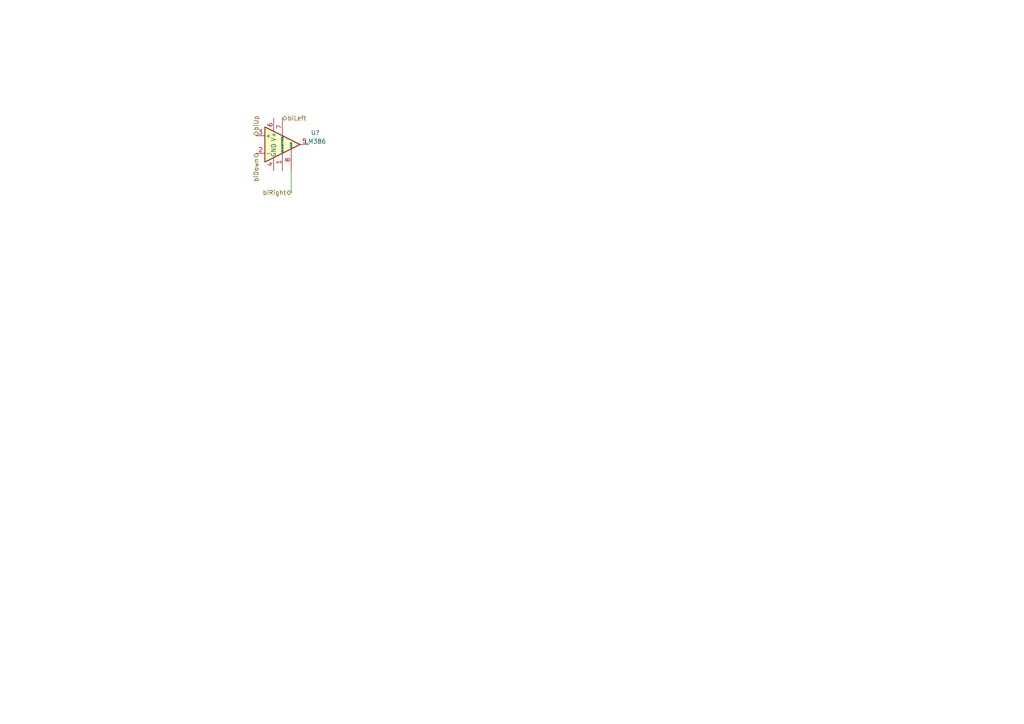
<source format=kicad_sch>
(kicad_sch (version 20230121) (generator eeschema)
  (paper "A4")
  (lib_symbols
    (symbol "Amplifier_Audio:LM386" (pin_names (offset 0.127))
      (property "Reference" "U" (at 1.27 7.62 0))
      (property "Value" "LM386" (at 1.27 5.08 0))
      (symbol "LM386_0_1"
        (polyline (pts (xy 5.08 0) (xy -5.08 5.08) (xy -5.08 -5.08) (xy 5.08 0)) (stroke (width 0.254)) (fill (type background)))
      )
      (symbol "LM386_1_1"
        (pin input line (at 0 -7.62 90) (length 5.08) (name "GAIN") (number "1"))
        (pin input line (at -7.62 -2.54 0) (length 2.54) (name "-") (number "2"))
        (pin input line (at -7.62 2.54 0) (length 2.54) (name "+") (number "3"))
        (pin power_in line (at -2.54 -7.62 90) (length 3.81) (name "GND") (number "4"))
        (pin output line (at 7.62 0 180) (length 2.54) (name "~") (number "5"))
        (pin power_in line (at -2.54 7.62 270) (length 3.81) (name "V+") (number "6"))
        (pin input line (at 0 7.62 270) (length 5.08) (name "BYPASS") (number "7"))
        (pin input line (at 2.54 -7.62 90) (length 6.35) (name "GAIN") (number "8"))
      )
    )
  )
  (wire (pts (xy 84.455 49.53) (xy 84.455 55.88)))
  (hierarchical_label "biRight" (shape bidirectional) (at 84.455 55.88 180))
  (hierarchical_label "biLeft" (shape bidirectional) (at 81.915 34.29 0))
  (hierarchical_label "biUp" (shape bidirectional) (at 74.295 39.37 90))
  (hierarchical_label "biDown" (shape bidirectional) (at 74.295 44.45 270))
  (symbol (lib_id "Amplifier_Audio:LM386") (at 81.915 41.91 0) (unit 1)
    (property "Reference" "U?" (at 91.44 38.4811 0))
    (property "Value" "LM386" (at 91.44 41.0211 0))
    (property "Datasheet" "http://www.ti.com/lit/ds/symlink/lm386.pdf" (effects hide))
  )
)
</source>
